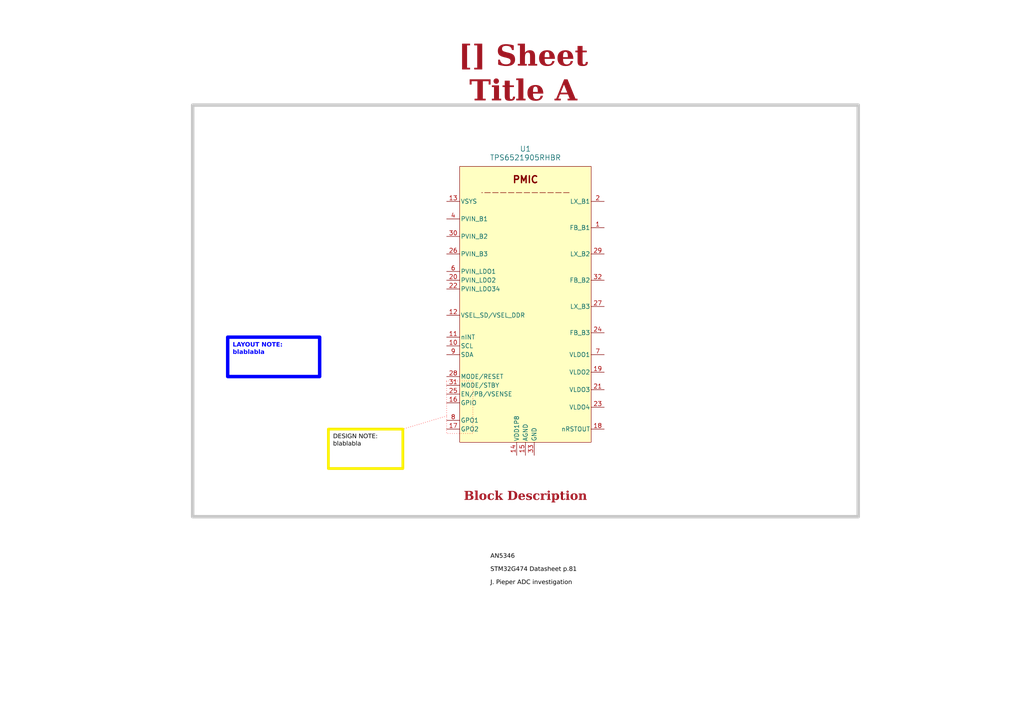
<source format=kicad_sch>
(kicad_sch (version 20231120) (generator "eeschema") (generator_version "8.0")
  (paper "A4")
  (title_block (title "Sheet Title A") (date "Last Modified Date") (rev "${REVISION}") (company "${COMPANY}"))
  (lib_symbols
    (symbol "0_pmic:TPS6521905RHBR" (pin_names (offset 0.254))
      (property "Reference" "U" (at 0 5.08 0))
      (property "Value" "TPS6521905RHBR" (at 0 2.54 0))
      (symbol "TPS6521905RHBR_1_0"
        (rectangle (start -19.05 0) (end 19.05 -80.01) (fill (type background)))
      )
      (symbol "TPS6521905RHBR_1_1"
        (polyline (pts (xy 12.7 -7.62) (xy -12.7 -7.62)) (stroke (width 0) (type dash)))
        (text "PMIC" (at 0 -3.81 0) (effects (font (size 2 2) (bold yes))))
        (pin bidirectional line (at 22.86 -17.78 180) (length 3.81) (name "FB_B1") (number "1"))
        (pin input line (at -22.86 -52.07 0) (length 3.81) (name "SCL") (number "10"))
        (pin output line (at -22.86 -49.53 0) (length 3.81) (name "nINT") (number "11"))
        (pin passive line (at -22.86 -43.18 0) (length 3.81) (name "VSEL_SD/VSEL_DDR") (number "12"))
        (pin power_in line (at -22.86 -10.16 0) (length 3.81) (name "VSYS") (number "13"))
        (pin power_in line (at -2.54 -83.82 90) (length 3.81) (name "VDD1P8") (number "14"))
        (pin power_out line (at 0 -83.82 90) (length 3.81) (name "AGND") (number "15"))
        (pin unspecified line (at -22.86 -68.58 0) (length 3.81) (name "GPIO") (number "16"))
        (pin bidirectional line (at -22.86 -76.2 0) (length 3.81) (name "GPO2") (number "17"))
        (pin output line (at 22.86 -76.2 180) (length 3.81) (name "nRSTOUT") (number "18"))
        (pin bidirectional line (at 22.86 -59.69 180) (length 3.81) (name "VLDO2") (number "19"))
        (pin bidirectional line (at 22.86 -10.16 180) (length 3.81) (name "LX_B1") (number "2"))
        (pin power_in line (at -22.86 -33.02 0) (length 3.81) (name "PVIN_LDO2") (number "20"))
        (pin bidirectional line (at 22.86 -64.77 180) (length 3.81) (name "VLDO3") (number "21"))
        (pin power_in line (at -22.86 -35.56 0) (length 3.81) (name "PVIN_LDO34") (number "22"))
        (pin bidirectional line (at 22.86 -69.85 180) (length 3.81) (name "VLDO4") (number "23"))
        (pin bidirectional line (at 22.86 -48.26 180) (length 3.81) (name "FB_B3") (number "24"))
        (pin input line (at -22.86 -66.04 0) (length 3.81) (name "EN/PB/VSENSE") (number "25"))
        (pin power_in line (at -22.86 -25.4 0) (length 3.81) (name "PVIN_B3") (number "26"))
        (pin bidirectional line (at 22.86 -40.64 180) (length 3.81) (name "LX_B3") (number "27"))
        (pin input line (at -22.86 -60.96 0) (length 3.81) (name "MODE/RESET") (number "28"))
        (pin bidirectional line (at 22.86 -25.4 180) (length 3.81) (name "LX_B2") (number "29"))
        (pin passive line (at 22.86 -10.16 180) (length 3.81) hide (name "LX_B1") (number "3"))
        (pin power_in line (at -22.86 -20.32 0) (length 3.81) (name "PVIN_B2") (number "30"))
        (pin input line (at -22.86 -63.5 0) (length 3.81) (name "MODE/STBY") (number "31"))
        (pin bidirectional line (at 22.86 -33.02 180) (length 3.81) (name "FB_B2") (number "32"))
        (pin power_out line (at 2.54 -83.82 90) (length 3.81) (name "GND") (number "33"))
        (pin power_in line (at -22.86 -15.24 0) (length 3.81) (name "PVIN_B1") (number "4"))
        (pin passive line (at -22.86 -15.24 0) (length 3.81) hide (name "PVIN_B1") (number "5"))
        (pin power_in line (at -22.86 -30.48 0) (length 3.81) (name "PVIN_LDO1") (number "6"))
        (pin bidirectional line (at 22.86 -54.61 180) (length 3.81) (name "VLDO1") (number "7"))
        (pin bidirectional line (at -22.86 -73.66 0) (length 3.81) (name "GPO1") (number "8"))
        (pin bidirectional line (at -22.86 -54.61 0) (length 3.81) (name "SDA") (number "9"))
      )
    )
  )
  (polyline (pts (xy 129.54 120.65) (xy 116.84 124.46)) (stroke (width 0) (type dot) (color 255 0 0 1)))
  (rectangle (start 129.54 110.49) (end 137.16 125.73) (stroke (width 0) (type dot) (color 255 0 0 1)))
  (rectangle (start 55.88 30.48) (end 248.92 149.86) (stroke (width 1) (color 200 200 200 1)))
  (text_box "LAYOUT NOTE:\nblablabla" (at 66.04 97.79 0) (size 26.67 11.43) (stroke (width 1) (color 0 0 255 1)) (effects (font (size 1.27 1.27) (thickness 0.4) (bold yes)) (justify left top)))
  (text_box "[${#}] ${TITLE}" (at 115.57 15.24 0) (size 72.39 12.7) (stroke (width -0.0001)) (effects (font (size 6 6) (thickness 1.2) (bold yes))))
  (text_box "Block Description" (at 57.15 139.7 0) (size 190.5 7.62) (stroke (width -0.0001)) (effects (font (size 2.54 2.54) (thickness 0.508) (bold yes)) (justify bottom)))
  (text_box "DESIGN NOTE:\nblablabla" (at 95.25 124.46 0) (size 21.59 11.43) (stroke (width 0.8) (color 250 236 0 1)) (effects (font (size 1.27 1.27)) (justify left top)))
  (text "J. Pieper ADC investigation" (at 142.24 170.18 0) (effects (font (size 1.27 1.27)) (justify left bottom)))
  (text "STM32G474 Datasheet p.81" (at 142.24 166.37 0) (effects (font (size 1.27 1.27)) (justify left bottom)))
  (text "AN5346" (at 142.24 162.56 0) (effects (font (size 1.27 1.27)) (justify left bottom)))
  (symbol (lib_id "0_pmic:TPS6521905RHBR") (at 152.4 48.26 0) (unit 1)
    (property "Reference" "U1" (at 152.4 43.18 0) (effects (font (size 1.524 1.524))))
    (property "Value" "TPS6521905RHBR" (at 152.4 45.72 0) (effects (font (size 1.524 1.524))))
    (property "Footprint" "RHB0032W_TPS6521905RHBR_TEX" (effects (hide yes)))
    (property "Datasheet" "TPS6521905RHBR" (effects (hide yes)))
  )
)
</source>
